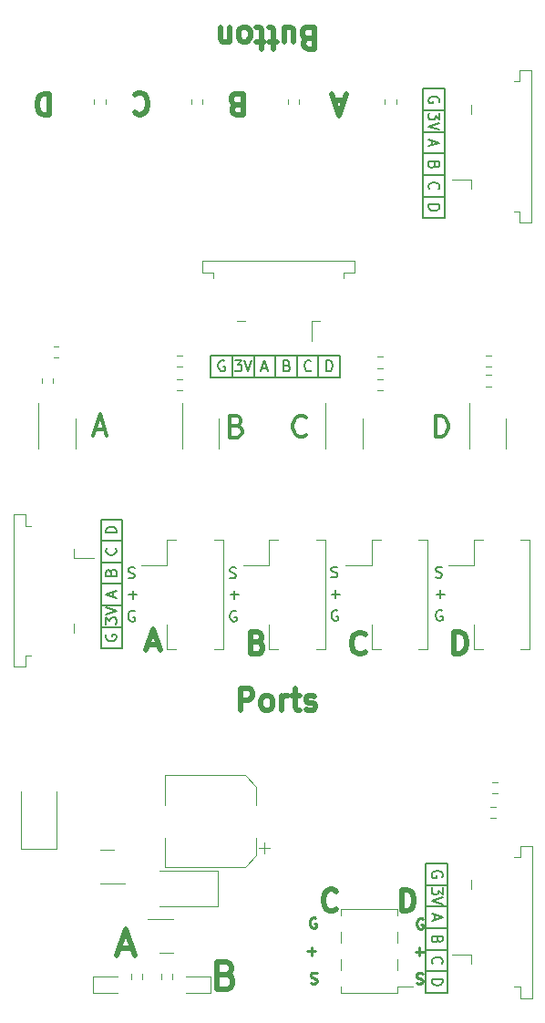
<source format=gbr>
%TF.GenerationSoftware,KiCad,Pcbnew,(6.0.5)*%
%TF.CreationDate,2022-06-24T16:36:08-05:00*%
%TF.ProjectId,Big Kahuna Board,42696720-4b61-4687-956e-6120426f6172,rev?*%
%TF.SameCoordinates,Original*%
%TF.FileFunction,Legend,Top*%
%TF.FilePolarity,Positive*%
%FSLAX46Y46*%
G04 Gerber Fmt 4.6, Leading zero omitted, Abs format (unit mm)*
G04 Created by KiCad (PCBNEW (6.0.5)) date 2022-06-24 16:36:08*
%MOMM*%
%LPD*%
G01*
G04 APERTURE LIST*
%ADD10C,0.150000*%
%ADD11C,0.500000*%
%ADD12C,0.300000*%
%ADD13C,0.250000*%
%ADD14C,0.120000*%
G04 APERTURE END LIST*
D10*
X142830000Y-51280000D02*
X144830000Y-51280000D01*
X144830000Y-51280000D02*
X144830000Y-53280000D01*
X144830000Y-53280000D02*
X142830000Y-53280000D01*
X142830000Y-53280000D02*
X142830000Y-51280000D01*
X142830000Y-53280000D02*
X144830000Y-53280000D01*
X144830000Y-53280000D02*
X144830000Y-55280000D01*
X144830000Y-55280000D02*
X142830000Y-55280000D01*
X142830000Y-55280000D02*
X142830000Y-53280000D01*
X142830000Y-57280000D02*
X144830000Y-57280000D01*
X144830000Y-57280000D02*
X144830000Y-59280000D01*
X144830000Y-59280000D02*
X142830000Y-59280000D01*
X142830000Y-59280000D02*
X142830000Y-57280000D01*
X142830000Y-55280000D02*
X144830000Y-55280000D01*
X144830000Y-55280000D02*
X144830000Y-57280000D01*
X144830000Y-57280000D02*
X142830000Y-57280000D01*
X142830000Y-57280000D02*
X142830000Y-55280000D01*
X142830000Y-59280000D02*
X144830000Y-59280000D01*
X144830000Y-59280000D02*
X144830000Y-61280000D01*
X144830000Y-61280000D02*
X142830000Y-61280000D01*
X142830000Y-61280000D02*
X142830000Y-59280000D01*
X142830000Y-49280000D02*
X144830000Y-49280000D01*
X144830000Y-49280000D02*
X144830000Y-51280000D01*
X144830000Y-51280000D02*
X142830000Y-51280000D01*
X142830000Y-51280000D02*
X142830000Y-49280000D01*
D11*
X125526742Y-50752057D02*
X125241028Y-50656819D01*
X125145790Y-50561580D01*
X125050552Y-50371104D01*
X125050552Y-50085390D01*
X125145790Y-49894914D01*
X125241028Y-49799676D01*
X125431504Y-49704438D01*
X126193409Y-49704438D01*
X126193409Y-51704438D01*
X125526742Y-51704438D01*
X125336266Y-51609200D01*
X125241028Y-51513961D01*
X125145790Y-51323485D01*
X125145790Y-51133009D01*
X125241028Y-50942533D01*
X125336266Y-50847295D01*
X125526742Y-50752057D01*
X126193409Y-50752057D01*
D10*
X143663333Y-54041904D02*
X143663333Y-54518095D01*
X143377619Y-53946666D02*
X144377619Y-54280000D01*
X143377619Y-54613333D01*
D11*
X116058952Y-49844114D02*
X116154190Y-49748876D01*
X116439904Y-49653638D01*
X116630380Y-49653638D01*
X116916095Y-49748876D01*
X117106571Y-49939352D01*
X117201809Y-50129828D01*
X117297047Y-50510780D01*
X117297047Y-50796495D01*
X117201809Y-51177447D01*
X117106571Y-51367923D01*
X116916095Y-51558400D01*
X116630380Y-51653638D01*
X116439904Y-51653638D01*
X116154190Y-51558400D01*
X116058952Y-51463161D01*
X132136285Y-44606857D02*
X131850571Y-44511619D01*
X131755333Y-44416380D01*
X131660095Y-44225904D01*
X131660095Y-43940190D01*
X131755333Y-43749714D01*
X131850571Y-43654476D01*
X132041047Y-43559238D01*
X132802952Y-43559238D01*
X132802952Y-45559238D01*
X132136285Y-45559238D01*
X131945809Y-45464000D01*
X131850571Y-45368761D01*
X131755333Y-45178285D01*
X131755333Y-44987809D01*
X131850571Y-44797333D01*
X131945809Y-44702095D01*
X132136285Y-44606857D01*
X132802952Y-44606857D01*
X129945809Y-44892571D02*
X129945809Y-43559238D01*
X130802952Y-44892571D02*
X130802952Y-43844952D01*
X130707714Y-43654476D01*
X130517238Y-43559238D01*
X130231523Y-43559238D01*
X130041047Y-43654476D01*
X129945809Y-43749714D01*
X129279142Y-44892571D02*
X128517238Y-44892571D01*
X128993428Y-45559238D02*
X128993428Y-43844952D01*
X128898190Y-43654476D01*
X128707714Y-43559238D01*
X128517238Y-43559238D01*
X128136285Y-44892571D02*
X127374380Y-44892571D01*
X127850571Y-45559238D02*
X127850571Y-43844952D01*
X127755333Y-43654476D01*
X127564857Y-43559238D01*
X127374380Y-43559238D01*
X126422000Y-43559238D02*
X126612476Y-43654476D01*
X126707714Y-43749714D01*
X126802952Y-43940190D01*
X126802952Y-44511619D01*
X126707714Y-44702095D01*
X126612476Y-44797333D01*
X126422000Y-44892571D01*
X126136285Y-44892571D01*
X125945809Y-44797333D01*
X125850571Y-44702095D01*
X125755333Y-44511619D01*
X125755333Y-43940190D01*
X125850571Y-43749714D01*
X125945809Y-43654476D01*
X126136285Y-43559238D01*
X126422000Y-43559238D01*
X124898190Y-44892571D02*
X124898190Y-43559238D01*
X124898190Y-44702095D02*
X124802952Y-44797333D01*
X124612476Y-44892571D01*
X124326761Y-44892571D01*
X124136285Y-44797333D01*
X124041047Y-44606857D01*
X124041047Y-43559238D01*
D10*
X144330000Y-50541904D02*
X144377619Y-50446666D01*
X144377619Y-50303809D01*
X144330000Y-50160952D01*
X144234761Y-50065714D01*
X144139523Y-50018095D01*
X143949047Y-49970476D01*
X143806190Y-49970476D01*
X143615714Y-50018095D01*
X143520476Y-50065714D01*
X143425238Y-50160952D01*
X143377619Y-50303809D01*
X143377619Y-50399047D01*
X143425238Y-50541904D01*
X143472857Y-50589523D01*
X143806190Y-50589523D01*
X143806190Y-50399047D01*
D11*
X108159409Y-49704438D02*
X108159409Y-51704438D01*
X107683219Y-51704438D01*
X107397504Y-51609200D01*
X107207028Y-51418723D01*
X107111790Y-51228247D01*
X107016552Y-50847295D01*
X107016552Y-50561580D01*
X107111790Y-50180628D01*
X107207028Y-49990152D01*
X107397504Y-49799676D01*
X107683219Y-49704438D01*
X108159409Y-49704438D01*
D10*
X143472857Y-58589523D02*
X143425238Y-58541904D01*
X143377619Y-58399047D01*
X143377619Y-58303809D01*
X143425238Y-58160952D01*
X143520476Y-58065714D01*
X143615714Y-58018095D01*
X143806190Y-57970476D01*
X143949047Y-57970476D01*
X144139523Y-58018095D01*
X144234761Y-58065714D01*
X144330000Y-58160952D01*
X144377619Y-58303809D01*
X144377619Y-58399047D01*
X144330000Y-58541904D01*
X144282380Y-58589523D01*
D11*
X135543790Y-50326666D02*
X134591409Y-50326666D01*
X135734266Y-49755238D02*
X135067600Y-51755238D01*
X134400933Y-49755238D01*
D10*
X143377619Y-60018095D02*
X144377619Y-60018095D01*
X144377619Y-60256190D01*
X144330000Y-60399047D01*
X144234761Y-60494285D01*
X144139523Y-60541904D01*
X143949047Y-60589523D01*
X143806190Y-60589523D01*
X143615714Y-60541904D01*
X143520476Y-60494285D01*
X143425238Y-60399047D01*
X143377619Y-60256190D01*
X143377619Y-60018095D01*
X144377619Y-51518095D02*
X144377619Y-52137142D01*
X143996666Y-51803809D01*
X143996666Y-51946666D01*
X143949047Y-52041904D01*
X143901428Y-52089523D01*
X143806190Y-52137142D01*
X143568095Y-52137142D01*
X143472857Y-52089523D01*
X143425238Y-52041904D01*
X143377619Y-51946666D01*
X143377619Y-51660952D01*
X143425238Y-51565714D01*
X143472857Y-51518095D01*
X144377619Y-52422857D02*
X143377619Y-52756190D01*
X144377619Y-53089523D01*
X143901428Y-56351428D02*
X143853809Y-56494285D01*
X143806190Y-56541904D01*
X143710952Y-56589523D01*
X143568095Y-56589523D01*
X143472857Y-56541904D01*
X143425238Y-56494285D01*
X143377619Y-56399047D01*
X143377619Y-56018095D01*
X144377619Y-56018095D01*
X144377619Y-56351428D01*
X144330000Y-56446666D01*
X144282380Y-56494285D01*
X144187142Y-56541904D01*
X144091904Y-56541904D01*
X143996666Y-56494285D01*
X143949047Y-56446666D01*
X143901428Y-56351428D01*
X143901428Y-56018095D01*
X125140000Y-76048000D02*
X127140000Y-76048000D01*
X127140000Y-76048000D02*
X127140000Y-74048000D01*
X127140000Y-74048000D02*
X125140000Y-74048000D01*
X125140000Y-74048000D02*
X125140000Y-76048000D01*
X127140000Y-76048000D02*
X129140000Y-76048000D01*
X129140000Y-76048000D02*
X129140000Y-74048000D01*
X129140000Y-74048000D02*
X127140000Y-74048000D01*
X127140000Y-74048000D02*
X127140000Y-76048000D01*
X131140000Y-76048000D02*
X133140000Y-76048000D01*
X133140000Y-76048000D02*
X133140000Y-74048000D01*
X133140000Y-74048000D02*
X131140000Y-74048000D01*
X131140000Y-74048000D02*
X131140000Y-76048000D01*
X129140000Y-76048000D02*
X131140000Y-76048000D01*
X131140000Y-76048000D02*
X131140000Y-74048000D01*
X131140000Y-74048000D02*
X129140000Y-74048000D01*
X129140000Y-74048000D02*
X129140000Y-76048000D01*
X133140000Y-76048000D02*
X135140000Y-76048000D01*
X135140000Y-76048000D02*
X135140000Y-74048000D01*
X135140000Y-74048000D02*
X133140000Y-74048000D01*
X133140000Y-74048000D02*
X133140000Y-76048000D01*
X123140000Y-76048000D02*
X125140000Y-76048000D01*
X125140000Y-76048000D02*
X125140000Y-74048000D01*
X125140000Y-74048000D02*
X123140000Y-74048000D01*
X123140000Y-74048000D02*
X123140000Y-76048000D01*
X127901904Y-75214666D02*
X128378095Y-75214666D01*
X127806666Y-75500380D02*
X128140000Y-74500380D01*
X128473333Y-75500380D01*
D12*
X112353809Y-80893333D02*
X113306190Y-80893333D01*
X112163333Y-81464761D02*
X112830000Y-79464761D01*
X113496666Y-81464761D01*
X132009047Y-81404285D02*
X131913809Y-81499523D01*
X131628095Y-81594761D01*
X131437619Y-81594761D01*
X131151904Y-81499523D01*
X130961428Y-81309047D01*
X130866190Y-81118571D01*
X130770952Y-80737619D01*
X130770952Y-80451904D01*
X130866190Y-80070952D01*
X130961428Y-79880476D01*
X131151904Y-79690000D01*
X131437619Y-79594761D01*
X131628095Y-79594761D01*
X131913809Y-79690000D01*
X132009047Y-79785238D01*
X125562857Y-80577142D02*
X125848571Y-80672380D01*
X125943809Y-80767619D01*
X126039047Y-80958095D01*
X126039047Y-81243809D01*
X125943809Y-81434285D01*
X125848571Y-81529523D01*
X125658095Y-81624761D01*
X124896190Y-81624761D01*
X124896190Y-79624761D01*
X125562857Y-79624761D01*
X125753333Y-79720000D01*
X125848571Y-79815238D01*
X125943809Y-80005714D01*
X125943809Y-80196190D01*
X125848571Y-80386666D01*
X125753333Y-80481904D01*
X125562857Y-80577142D01*
X124896190Y-80577142D01*
D10*
X124401904Y-74548000D02*
X124306666Y-74500380D01*
X124163809Y-74500380D01*
X124020952Y-74548000D01*
X123925714Y-74643238D01*
X123878095Y-74738476D01*
X123830476Y-74928952D01*
X123830476Y-75071809D01*
X123878095Y-75262285D01*
X123925714Y-75357523D01*
X124020952Y-75452761D01*
X124163809Y-75500380D01*
X124259047Y-75500380D01*
X124401904Y-75452761D01*
X124449523Y-75405142D01*
X124449523Y-75071809D01*
X124259047Y-75071809D01*
X132449523Y-75405142D02*
X132401904Y-75452761D01*
X132259047Y-75500380D01*
X132163809Y-75500380D01*
X132020952Y-75452761D01*
X131925714Y-75357523D01*
X131878095Y-75262285D01*
X131830476Y-75071809D01*
X131830476Y-74928952D01*
X131878095Y-74738476D01*
X131925714Y-74643238D01*
X132020952Y-74548000D01*
X132163809Y-74500380D01*
X132259047Y-74500380D01*
X132401904Y-74548000D01*
X132449523Y-74595619D01*
X133878095Y-75500380D02*
X133878095Y-74500380D01*
X134116190Y-74500380D01*
X134259047Y-74548000D01*
X134354285Y-74643238D01*
X134401904Y-74738476D01*
X134449523Y-74928952D01*
X134449523Y-75071809D01*
X134401904Y-75262285D01*
X134354285Y-75357523D01*
X134259047Y-75452761D01*
X134116190Y-75500380D01*
X133878095Y-75500380D01*
D12*
X144026190Y-81594761D02*
X144026190Y-79594761D01*
X144502380Y-79594761D01*
X144788095Y-79690000D01*
X144978571Y-79880476D01*
X145073809Y-80070952D01*
X145169047Y-80451904D01*
X145169047Y-80737619D01*
X145073809Y-81118571D01*
X144978571Y-81309047D01*
X144788095Y-81499523D01*
X144502380Y-81594761D01*
X144026190Y-81594761D01*
D10*
X125378095Y-74500380D02*
X125997142Y-74500380D01*
X125663809Y-74881333D01*
X125806666Y-74881333D01*
X125901904Y-74928952D01*
X125949523Y-74976571D01*
X125997142Y-75071809D01*
X125997142Y-75309904D01*
X125949523Y-75405142D01*
X125901904Y-75452761D01*
X125806666Y-75500380D01*
X125520952Y-75500380D01*
X125425714Y-75452761D01*
X125378095Y-75405142D01*
X126282857Y-74500380D02*
X126616190Y-75500380D01*
X126949523Y-74500380D01*
X130211428Y-74976571D02*
X130354285Y-75024190D01*
X130401904Y-75071809D01*
X130449523Y-75167047D01*
X130449523Y-75309904D01*
X130401904Y-75405142D01*
X130354285Y-75452761D01*
X130259047Y-75500380D01*
X129878095Y-75500380D01*
X129878095Y-74500380D01*
X130211428Y-74500380D01*
X130306666Y-74548000D01*
X130354285Y-74595619D01*
X130401904Y-74690857D01*
X130401904Y-74786095D01*
X130354285Y-74881333D01*
X130306666Y-74928952D01*
X130211428Y-74976571D01*
X129878095Y-74976571D01*
X114922000Y-99244000D02*
X112922000Y-99244000D01*
X112922000Y-99244000D02*
X112922000Y-97244000D01*
X112922000Y-97244000D02*
X114922000Y-97244000D01*
X114922000Y-97244000D02*
X114922000Y-99244000D01*
X114922000Y-97244000D02*
X112922000Y-97244000D01*
X112922000Y-97244000D02*
X112922000Y-95244000D01*
X112922000Y-95244000D02*
X114922000Y-95244000D01*
X114922000Y-95244000D02*
X114922000Y-97244000D01*
X114922000Y-93244000D02*
X112922000Y-93244000D01*
X112922000Y-93244000D02*
X112922000Y-91244000D01*
X112922000Y-91244000D02*
X114922000Y-91244000D01*
X114922000Y-91244000D02*
X114922000Y-93244000D01*
X114922000Y-95244000D02*
X112922000Y-95244000D01*
X112922000Y-95244000D02*
X112922000Y-93244000D01*
X112922000Y-93244000D02*
X114922000Y-93244000D01*
X114922000Y-93244000D02*
X114922000Y-95244000D01*
X114922000Y-91244000D02*
X112922000Y-91244000D01*
X112922000Y-91244000D02*
X112922000Y-89244000D01*
X112922000Y-89244000D02*
X114922000Y-89244000D01*
X114922000Y-89244000D02*
X114922000Y-91244000D01*
X114922000Y-101244000D02*
X112922000Y-101244000D01*
X112922000Y-101244000D02*
X112922000Y-99244000D01*
X112922000Y-99244000D02*
X114922000Y-99244000D01*
X114922000Y-99244000D02*
X114922000Y-101244000D01*
D11*
X145758190Y-101708761D02*
X145758190Y-99708761D01*
X146234380Y-99708761D01*
X146520095Y-99804000D01*
X146710571Y-99994476D01*
X146805809Y-100184952D01*
X146901047Y-100565904D01*
X146901047Y-100851619D01*
X146805809Y-101232571D01*
X146710571Y-101423047D01*
X146520095Y-101613523D01*
X146234380Y-101708761D01*
X145758190Y-101708761D01*
D10*
X114088666Y-96482095D02*
X114088666Y-96005904D01*
X114374380Y-96577333D02*
X113374380Y-96244000D01*
X114374380Y-95910666D01*
D11*
X127464857Y-100661142D02*
X127750571Y-100756380D01*
X127845809Y-100851619D01*
X127941047Y-101042095D01*
X127941047Y-101327809D01*
X127845809Y-101518285D01*
X127750571Y-101613523D01*
X127560095Y-101708761D01*
X126798190Y-101708761D01*
X126798190Y-99708761D01*
X127464857Y-99708761D01*
X127655333Y-99804000D01*
X127750571Y-99899238D01*
X127845809Y-100089714D01*
X127845809Y-100280190D01*
X127750571Y-100470666D01*
X127655333Y-100565904D01*
X127464857Y-100661142D01*
X126798190Y-100661142D01*
D10*
X124916285Y-94668761D02*
X125059142Y-94716380D01*
X125297238Y-94716380D01*
X125392476Y-94668761D01*
X125440095Y-94621142D01*
X125487714Y-94525904D01*
X125487714Y-94430666D01*
X125440095Y-94335428D01*
X125392476Y-94287809D01*
X125297238Y-94240190D01*
X125106761Y-94192571D01*
X125011523Y-94144952D01*
X124963904Y-94097333D01*
X124916285Y-94002095D01*
X124916285Y-93906857D01*
X124963904Y-93811619D01*
X125011523Y-93764000D01*
X125106761Y-93716380D01*
X125344857Y-93716380D01*
X125487714Y-93764000D01*
X134326285Y-94608761D02*
X134469142Y-94656380D01*
X134707238Y-94656380D01*
X134802476Y-94608761D01*
X134850095Y-94561142D01*
X134897714Y-94465904D01*
X134897714Y-94370666D01*
X134850095Y-94275428D01*
X134802476Y-94227809D01*
X134707238Y-94180190D01*
X134516761Y-94132571D01*
X134421523Y-94084952D01*
X134373904Y-94037333D01*
X134326285Y-93942095D01*
X134326285Y-93846857D01*
X134373904Y-93751619D01*
X134421523Y-93704000D01*
X134516761Y-93656380D01*
X134754857Y-93656380D01*
X134897714Y-93704000D01*
X134903904Y-97724000D02*
X134808666Y-97676380D01*
X134665809Y-97676380D01*
X134522952Y-97724000D01*
X134427714Y-97819238D01*
X134380095Y-97914476D01*
X134332476Y-98104952D01*
X134332476Y-98247809D01*
X134380095Y-98438285D01*
X134427714Y-98533523D01*
X134522952Y-98628761D01*
X134665809Y-98676380D01*
X134761047Y-98676380D01*
X134903904Y-98628761D01*
X134951523Y-98581142D01*
X134951523Y-98247809D01*
X134761047Y-98247809D01*
X144071047Y-96205428D02*
X144832952Y-96205428D01*
X144452000Y-96586380D02*
X144452000Y-95824476D01*
D11*
X125901428Y-106964761D02*
X125901428Y-104964761D01*
X126663333Y-104964761D01*
X126853809Y-105060000D01*
X126949047Y-105155238D01*
X127044285Y-105345714D01*
X127044285Y-105631428D01*
X126949047Y-105821904D01*
X126853809Y-105917142D01*
X126663333Y-106012380D01*
X125901428Y-106012380D01*
X128187142Y-106964761D02*
X127996666Y-106869523D01*
X127901428Y-106774285D01*
X127806190Y-106583809D01*
X127806190Y-106012380D01*
X127901428Y-105821904D01*
X127996666Y-105726666D01*
X128187142Y-105631428D01*
X128472857Y-105631428D01*
X128663333Y-105726666D01*
X128758571Y-105821904D01*
X128853809Y-106012380D01*
X128853809Y-106583809D01*
X128758571Y-106774285D01*
X128663333Y-106869523D01*
X128472857Y-106964761D01*
X128187142Y-106964761D01*
X129710952Y-106964761D02*
X129710952Y-105631428D01*
X129710952Y-106012380D02*
X129806190Y-105821904D01*
X129901428Y-105726666D01*
X130091904Y-105631428D01*
X130282380Y-105631428D01*
X130663333Y-105631428D02*
X131425238Y-105631428D01*
X130949047Y-104964761D02*
X130949047Y-106679047D01*
X131044285Y-106869523D01*
X131234761Y-106964761D01*
X131425238Y-106964761D01*
X131996666Y-106869523D02*
X132187142Y-106964761D01*
X132568095Y-106964761D01*
X132758571Y-106869523D01*
X132853809Y-106679047D01*
X132853809Y-106583809D01*
X132758571Y-106393333D01*
X132568095Y-106298095D01*
X132282380Y-106298095D01*
X132091904Y-106202857D01*
X131996666Y-106012380D01*
X131996666Y-105917142D01*
X132091904Y-105726666D01*
X132282380Y-105631428D01*
X132568095Y-105631428D01*
X132758571Y-105726666D01*
X117315809Y-100857333D02*
X118268190Y-100857333D01*
X117125333Y-101428761D02*
X117792000Y-99428761D01*
X118458666Y-101428761D01*
D10*
X125493904Y-97784000D02*
X125398666Y-97736380D01*
X125255809Y-97736380D01*
X125112952Y-97784000D01*
X125017714Y-97879238D01*
X124970095Y-97974476D01*
X124922476Y-98164952D01*
X124922476Y-98307809D01*
X124970095Y-98498285D01*
X125017714Y-98593523D01*
X125112952Y-98688761D01*
X125255809Y-98736380D01*
X125351047Y-98736380D01*
X125493904Y-98688761D01*
X125541523Y-98641142D01*
X125541523Y-98307809D01*
X125351047Y-98307809D01*
X115476285Y-94668761D02*
X115619142Y-94716380D01*
X115857238Y-94716380D01*
X115952476Y-94668761D01*
X116000095Y-94621142D01*
X116047714Y-94525904D01*
X116047714Y-94430666D01*
X116000095Y-94335428D01*
X115952476Y-94287809D01*
X115857238Y-94240190D01*
X115666761Y-94192571D01*
X115571523Y-94144952D01*
X115523904Y-94097333D01*
X115476285Y-94002095D01*
X115476285Y-93906857D01*
X115523904Y-93811619D01*
X115571523Y-93764000D01*
X115666761Y-93716380D01*
X115904857Y-93716380D01*
X116047714Y-93764000D01*
X144613904Y-97734000D02*
X144518666Y-97686380D01*
X144375809Y-97686380D01*
X144232952Y-97734000D01*
X144137714Y-97829238D01*
X144090095Y-97924476D01*
X144042476Y-98114952D01*
X144042476Y-98257809D01*
X144090095Y-98448285D01*
X144137714Y-98543523D01*
X144232952Y-98638761D01*
X144375809Y-98686380D01*
X144471047Y-98686380D01*
X144613904Y-98638761D01*
X144661523Y-98591142D01*
X144661523Y-98257809D01*
X144471047Y-98257809D01*
X144036285Y-94618761D02*
X144179142Y-94666380D01*
X144417238Y-94666380D01*
X144512476Y-94618761D01*
X144560095Y-94571142D01*
X144607714Y-94475904D01*
X144607714Y-94380666D01*
X144560095Y-94285428D01*
X144512476Y-94237809D01*
X144417238Y-94190190D01*
X144226761Y-94142571D01*
X144131523Y-94094952D01*
X144083904Y-94047333D01*
X144036285Y-93952095D01*
X144036285Y-93856857D01*
X144083904Y-93761619D01*
X144131523Y-93714000D01*
X144226761Y-93666380D01*
X144464857Y-93666380D01*
X144607714Y-93714000D01*
X113422000Y-99982095D02*
X113374380Y-100077333D01*
X113374380Y-100220190D01*
X113422000Y-100363047D01*
X113517238Y-100458285D01*
X113612476Y-100505904D01*
X113802952Y-100553523D01*
X113945809Y-100553523D01*
X114136285Y-100505904D01*
X114231523Y-100458285D01*
X114326761Y-100363047D01*
X114374380Y-100220190D01*
X114374380Y-100124952D01*
X114326761Y-99982095D01*
X114279142Y-99934476D01*
X113945809Y-99934476D01*
X113945809Y-100124952D01*
X134361047Y-96195428D02*
X135122952Y-96195428D01*
X134742000Y-96576380D02*
X134742000Y-95814476D01*
X116053904Y-97784000D02*
X115958666Y-97736380D01*
X115815809Y-97736380D01*
X115672952Y-97784000D01*
X115577714Y-97879238D01*
X115530095Y-97974476D01*
X115482476Y-98164952D01*
X115482476Y-98307809D01*
X115530095Y-98498285D01*
X115577714Y-98593523D01*
X115672952Y-98688761D01*
X115815809Y-98736380D01*
X115911047Y-98736380D01*
X116053904Y-98688761D01*
X116101523Y-98641142D01*
X116101523Y-98307809D01*
X115911047Y-98307809D01*
X115511047Y-96255428D02*
X116272952Y-96255428D01*
X115892000Y-96636380D02*
X115892000Y-95874476D01*
X114279142Y-91934476D02*
X114326761Y-91982095D01*
X114374380Y-92124952D01*
X114374380Y-92220190D01*
X114326761Y-92363047D01*
X114231523Y-92458285D01*
X114136285Y-92505904D01*
X113945809Y-92553523D01*
X113802952Y-92553523D01*
X113612476Y-92505904D01*
X113517238Y-92458285D01*
X113422000Y-92363047D01*
X113374380Y-92220190D01*
X113374380Y-92124952D01*
X113422000Y-91982095D01*
X113469619Y-91934476D01*
D11*
X137481047Y-101578285D02*
X137385809Y-101673523D01*
X137100095Y-101768761D01*
X136909619Y-101768761D01*
X136623904Y-101673523D01*
X136433428Y-101483047D01*
X136338190Y-101292571D01*
X136242952Y-100911619D01*
X136242952Y-100625904D01*
X136338190Y-100244952D01*
X136433428Y-100054476D01*
X136623904Y-99864000D01*
X136909619Y-99768761D01*
X137100095Y-99768761D01*
X137385809Y-99864000D01*
X137481047Y-99959238D01*
D10*
X114374380Y-90505904D02*
X113374380Y-90505904D01*
X113374380Y-90267809D01*
X113422000Y-90124952D01*
X113517238Y-90029714D01*
X113612476Y-89982095D01*
X113802952Y-89934476D01*
X113945809Y-89934476D01*
X114136285Y-89982095D01*
X114231523Y-90029714D01*
X114326761Y-90124952D01*
X114374380Y-90267809D01*
X114374380Y-90505904D01*
X113374380Y-99005904D02*
X113374380Y-98386857D01*
X113755333Y-98720190D01*
X113755333Y-98577333D01*
X113802952Y-98482095D01*
X113850571Y-98434476D01*
X113945809Y-98386857D01*
X114183904Y-98386857D01*
X114279142Y-98434476D01*
X114326761Y-98482095D01*
X114374380Y-98577333D01*
X114374380Y-98863047D01*
X114326761Y-98958285D01*
X114279142Y-99005904D01*
X113374380Y-98101142D02*
X114374380Y-97767809D01*
X113374380Y-97434476D01*
X113850571Y-94172571D02*
X113898190Y-94029714D01*
X113945809Y-93982095D01*
X114041047Y-93934476D01*
X114183904Y-93934476D01*
X114279142Y-93982095D01*
X114326761Y-94029714D01*
X114374380Y-94124952D01*
X114374380Y-94505904D01*
X113374380Y-94505904D01*
X113374380Y-94172571D01*
X113422000Y-94077333D01*
X113469619Y-94029714D01*
X113564857Y-93982095D01*
X113660095Y-93982095D01*
X113755333Y-94029714D01*
X113802952Y-94077333D01*
X113850571Y-94172571D01*
X113850571Y-94505904D01*
X124951047Y-96255428D02*
X125712952Y-96255428D01*
X125332000Y-96636380D02*
X125332000Y-95874476D01*
X143130000Y-123210000D02*
X145130000Y-123210000D01*
X145130000Y-123210000D02*
X145130000Y-125210000D01*
X145130000Y-125210000D02*
X143130000Y-125210000D01*
X143130000Y-125210000D02*
X143130000Y-123210000D01*
X143130000Y-125210000D02*
X145130000Y-125210000D01*
X145130000Y-125210000D02*
X145130000Y-127210000D01*
X145130000Y-127210000D02*
X143130000Y-127210000D01*
X143130000Y-127210000D02*
X143130000Y-125210000D01*
X143130000Y-129210000D02*
X145130000Y-129210000D01*
X145130000Y-129210000D02*
X145130000Y-131210000D01*
X145130000Y-131210000D02*
X143130000Y-131210000D01*
X143130000Y-131210000D02*
X143130000Y-129210000D01*
X143130000Y-127210000D02*
X145130000Y-127210000D01*
X145130000Y-127210000D02*
X145130000Y-129210000D01*
X145130000Y-129210000D02*
X143130000Y-129210000D01*
X143130000Y-129210000D02*
X143130000Y-127210000D01*
X143130000Y-131210000D02*
X145130000Y-131210000D01*
X145130000Y-131210000D02*
X145130000Y-133210000D01*
X145130000Y-133210000D02*
X143130000Y-133210000D01*
X143130000Y-133210000D02*
X143130000Y-131210000D01*
X143130000Y-121210000D02*
X145130000Y-121210000D01*
X145130000Y-121210000D02*
X145130000Y-123210000D01*
X145130000Y-123210000D02*
X143130000Y-123210000D01*
X143130000Y-123210000D02*
X143130000Y-121210000D01*
D13*
X142139047Y-129391428D02*
X142900952Y-129391428D01*
X142520000Y-129772380D02*
X142520000Y-129010476D01*
D10*
X143963333Y-125971904D02*
X143963333Y-126448095D01*
X143677619Y-125876666D02*
X144677619Y-126210000D01*
X143677619Y-126543333D01*
D13*
X142821904Y-126340000D02*
X142726666Y-126292380D01*
X142583809Y-126292380D01*
X142440952Y-126340000D01*
X142345714Y-126435238D01*
X142298095Y-126530476D01*
X142250476Y-126720952D01*
X142250476Y-126863809D01*
X142298095Y-127054285D01*
X142345714Y-127149523D01*
X142440952Y-127244761D01*
X142583809Y-127292380D01*
X142679047Y-127292380D01*
X142821904Y-127244761D01*
X142869523Y-127197142D01*
X142869523Y-126863809D01*
X142679047Y-126863809D01*
D11*
X124576571Y-131542428D02*
X124933714Y-131661476D01*
X125052761Y-131780523D01*
X125171809Y-132018619D01*
X125171809Y-132375761D01*
X125052761Y-132613857D01*
X124933714Y-132732904D01*
X124695619Y-132851952D01*
X123743238Y-132851952D01*
X123743238Y-130351952D01*
X124576571Y-130351952D01*
X124814666Y-130471000D01*
X124933714Y-130590047D01*
X125052761Y-130828142D01*
X125052761Y-131066238D01*
X124933714Y-131304333D01*
X124814666Y-131423380D01*
X124576571Y-131542428D01*
X123743238Y-131542428D01*
D13*
X132129047Y-129371428D02*
X132890952Y-129371428D01*
X132510000Y-129752380D02*
X132510000Y-128990476D01*
X132414285Y-132304761D02*
X132557142Y-132352380D01*
X132795238Y-132352380D01*
X132890476Y-132304761D01*
X132938095Y-132257142D01*
X132985714Y-132161904D01*
X132985714Y-132066666D01*
X132938095Y-131971428D01*
X132890476Y-131923809D01*
X132795238Y-131876190D01*
X132604761Y-131828571D01*
X132509523Y-131780952D01*
X132461904Y-131733333D01*
X132414285Y-131638095D01*
X132414285Y-131542857D01*
X132461904Y-131447619D01*
X132509523Y-131400000D01*
X132604761Y-131352380D01*
X132842857Y-131352380D01*
X132985714Y-131400000D01*
X132881904Y-126250000D02*
X132786666Y-126202380D01*
X132643809Y-126202380D01*
X132500952Y-126250000D01*
X132405714Y-126345238D01*
X132358095Y-126440476D01*
X132310476Y-126630952D01*
X132310476Y-126773809D01*
X132358095Y-126964285D01*
X132405714Y-127059523D01*
X132500952Y-127154761D01*
X132643809Y-127202380D01*
X132739047Y-127202380D01*
X132881904Y-127154761D01*
X132929523Y-127107142D01*
X132929523Y-126773809D01*
X132739047Y-126773809D01*
D11*
X114658761Y-129062666D02*
X115849238Y-129062666D01*
X114420666Y-129776952D02*
X115254000Y-127276952D01*
X116087333Y-129776952D01*
X134809047Y-125424285D02*
X134713809Y-125519523D01*
X134428095Y-125614761D01*
X134237619Y-125614761D01*
X133951904Y-125519523D01*
X133761428Y-125329047D01*
X133666190Y-125138571D01*
X133570952Y-124757619D01*
X133570952Y-124471904D01*
X133666190Y-124090952D01*
X133761428Y-123900476D01*
X133951904Y-123710000D01*
X134237619Y-123614761D01*
X134428095Y-123614761D01*
X134713809Y-123710000D01*
X134809047Y-123805238D01*
D10*
X144630000Y-122471904D02*
X144677619Y-122376666D01*
X144677619Y-122233809D01*
X144630000Y-122090952D01*
X144534761Y-121995714D01*
X144439523Y-121948095D01*
X144249047Y-121900476D01*
X144106190Y-121900476D01*
X143915714Y-121948095D01*
X143820476Y-121995714D01*
X143725238Y-122090952D01*
X143677619Y-122233809D01*
X143677619Y-122329047D01*
X143725238Y-122471904D01*
X143772857Y-122519523D01*
X144106190Y-122519523D01*
X144106190Y-122329047D01*
D13*
X142234285Y-132324761D02*
X142377142Y-132372380D01*
X142615238Y-132372380D01*
X142710476Y-132324761D01*
X142758095Y-132277142D01*
X142805714Y-132181904D01*
X142805714Y-132086666D01*
X142758095Y-131991428D01*
X142710476Y-131943809D01*
X142615238Y-131896190D01*
X142424761Y-131848571D01*
X142329523Y-131800952D01*
X142281904Y-131753333D01*
X142234285Y-131658095D01*
X142234285Y-131562857D01*
X142281904Y-131467619D01*
X142329523Y-131420000D01*
X142424761Y-131372380D01*
X142662857Y-131372380D01*
X142805714Y-131420000D01*
D11*
X140866190Y-125634761D02*
X140866190Y-123634761D01*
X141342380Y-123634761D01*
X141628095Y-123730000D01*
X141818571Y-123920476D01*
X141913809Y-124110952D01*
X142009047Y-124491904D01*
X142009047Y-124777619D01*
X141913809Y-125158571D01*
X141818571Y-125349047D01*
X141628095Y-125539523D01*
X141342380Y-125634761D01*
X140866190Y-125634761D01*
D10*
X143772857Y-130519523D02*
X143725238Y-130471904D01*
X143677619Y-130329047D01*
X143677619Y-130233809D01*
X143725238Y-130090952D01*
X143820476Y-129995714D01*
X143915714Y-129948095D01*
X144106190Y-129900476D01*
X144249047Y-129900476D01*
X144439523Y-129948095D01*
X144534761Y-129995714D01*
X144630000Y-130090952D01*
X144677619Y-130233809D01*
X144677619Y-130329047D01*
X144630000Y-130471904D01*
X144582380Y-130519523D01*
X143677619Y-131948095D02*
X144677619Y-131948095D01*
X144677619Y-132186190D01*
X144630000Y-132329047D01*
X144534761Y-132424285D01*
X144439523Y-132471904D01*
X144249047Y-132519523D01*
X144106190Y-132519523D01*
X143915714Y-132471904D01*
X143820476Y-132424285D01*
X143725238Y-132329047D01*
X143677619Y-132186190D01*
X143677619Y-131948095D01*
X144677619Y-123448095D02*
X144677619Y-124067142D01*
X144296666Y-123733809D01*
X144296666Y-123876666D01*
X144249047Y-123971904D01*
X144201428Y-124019523D01*
X144106190Y-124067142D01*
X143868095Y-124067142D01*
X143772857Y-124019523D01*
X143725238Y-123971904D01*
X143677619Y-123876666D01*
X143677619Y-123590952D01*
X143725238Y-123495714D01*
X143772857Y-123448095D01*
X144677619Y-124352857D02*
X143677619Y-124686190D01*
X144677619Y-125019523D01*
X144201428Y-128281428D02*
X144153809Y-128424285D01*
X144106190Y-128471904D01*
X144010952Y-128519523D01*
X143868095Y-128519523D01*
X143772857Y-128471904D01*
X143725238Y-128424285D01*
X143677619Y-128329047D01*
X143677619Y-127948095D01*
X144677619Y-127948095D01*
X144677619Y-128281428D01*
X144630000Y-128376666D01*
X144582380Y-128424285D01*
X144487142Y-128471904D01*
X144391904Y-128471904D01*
X144296666Y-128424285D01*
X144249047Y-128376666D01*
X144201428Y-128281428D01*
X144201428Y-127948095D01*
D14*
%TO.C,R4*%
X112307500Y-50692258D02*
X112307500Y-50217742D01*
X113352500Y-50692258D02*
X113352500Y-50217742D01*
%TO.C,R11*%
X131352500Y-50692258D02*
X131352500Y-50217742D01*
X130307500Y-50692258D02*
X130307500Y-50217742D01*
%TO.C,R14*%
X139307500Y-50692258D02*
X139307500Y-50217742D01*
X140352500Y-50692258D02*
X140352500Y-50217742D01*
%TO.C,J9*%
X152930000Y-61710000D02*
X151820000Y-61710000D01*
X147310000Y-57705000D02*
X145510000Y-57705000D01*
X151820000Y-60685000D02*
X151280000Y-60685000D01*
X151820000Y-61710000D02*
X151820000Y-60685000D01*
X151280000Y-48595000D02*
X151820000Y-48595000D01*
X147310000Y-51575000D02*
X147310000Y-50750000D01*
X151820000Y-48595000D02*
X151820000Y-47570000D01*
X147310000Y-58530000D02*
X147310000Y-57705000D01*
X151820000Y-47570000D02*
X152930000Y-47570000D01*
X152930000Y-47570000D02*
X152930000Y-61710000D01*
%TO.C,R7*%
X121307500Y-50692258D02*
X121307500Y-50217742D01*
X122352500Y-50692258D02*
X122352500Y-50217742D01*
%TO.C,R12*%
X107427500Y-76122742D02*
X107427500Y-76597258D01*
X108472500Y-76122742D02*
X108472500Y-76597258D01*
%TO.C,R3*%
X138607742Y-77252500D02*
X139082258Y-77252500D01*
X138607742Y-76207500D02*
X139082258Y-76207500D01*
%TO.C,U3*%
X123883333Y-82660000D02*
X123883333Y-79860000D01*
X120483333Y-82660000D02*
X120483333Y-78460000D01*
%TO.C,R8*%
X148687742Y-74037500D02*
X149162258Y-74037500D01*
X148687742Y-75082500D02*
X149162258Y-75082500D01*
%TO.C,R13*%
X108512742Y-73187500D02*
X108987258Y-73187500D01*
X108512742Y-74232500D02*
X108987258Y-74232500D01*
%TO.C,R9*%
X119997742Y-77252500D02*
X120472258Y-77252500D01*
X119997742Y-76207500D02*
X120472258Y-76207500D01*
%TO.C,U4*%
X107150000Y-82660000D02*
X107150000Y-78460000D01*
X110550000Y-82660000D02*
X110550000Y-79860000D01*
%TO.C,J9*%
X136492000Y-65236000D02*
X136492000Y-66346000D01*
X132487000Y-70856000D02*
X132487000Y-72656000D01*
X135467000Y-66346000D02*
X135467000Y-66886000D01*
X136492000Y-66346000D02*
X135467000Y-66346000D01*
X123377000Y-66886000D02*
X123377000Y-66346000D01*
X126357000Y-70856000D02*
X125532000Y-70856000D01*
X123377000Y-66346000D02*
X122352000Y-66346000D01*
X133312000Y-70856000D02*
X132487000Y-70856000D01*
X122352000Y-66346000D02*
X122352000Y-65236000D01*
X122352000Y-65236000D02*
X136492000Y-65236000D01*
%TO.C,R10*%
X120017742Y-74037500D02*
X120492258Y-74037500D01*
X120017742Y-75082500D02*
X120492258Y-75082500D01*
%TO.C,R5*%
X138607742Y-74147500D02*
X139082258Y-74147500D01*
X138607742Y-75192500D02*
X139082258Y-75192500D01*
%TO.C,R6*%
X148692742Y-76902500D02*
X149167258Y-76902500D01*
X148692742Y-75857500D02*
X149167258Y-75857500D01*
%TO.C,U2*%
X150550000Y-82660000D02*
X150550000Y-79860000D01*
X147150000Y-82660000D02*
X147150000Y-78460000D01*
%TO.C,U1*%
X137216666Y-82660000D02*
X137216666Y-79860000D01*
X133816666Y-82660000D02*
X133816666Y-78460000D01*
%TO.C,J7*%
X128562000Y-101329000D02*
X128562000Y-99004000D01*
X128562000Y-93484000D02*
X126172000Y-93484000D01*
X129412000Y-101329000D02*
X128562000Y-101329000D01*
X128562000Y-91159000D02*
X128562000Y-93484000D01*
X129412000Y-91159000D02*
X128562000Y-91159000D01*
X133782000Y-91159000D02*
X133782000Y-101329000D01*
X133782000Y-101329000D02*
X132932000Y-101329000D01*
X132932000Y-91159000D02*
X133782000Y-91159000D01*
%TO.C,J8*%
X124282000Y-91159000D02*
X124282000Y-101329000D01*
X119912000Y-101329000D02*
X119062000Y-101329000D01*
X119062000Y-101329000D02*
X119062000Y-99004000D01*
X124282000Y-101329000D02*
X123432000Y-101329000D01*
X119062000Y-93484000D02*
X116672000Y-93484000D01*
X119912000Y-91159000D02*
X119062000Y-91159000D01*
X119062000Y-91159000D02*
X119062000Y-93484000D01*
X123432000Y-91159000D02*
X124282000Y-91159000D01*
%TO.C,J5*%
X142432000Y-91159000D02*
X143282000Y-91159000D01*
X138912000Y-101329000D02*
X138062000Y-101329000D01*
X143282000Y-91159000D02*
X143282000Y-101329000D01*
X143282000Y-101329000D02*
X142432000Y-101329000D01*
X138062000Y-93484000D02*
X135672000Y-93484000D01*
X138062000Y-91159000D02*
X138062000Y-93484000D01*
X138062000Y-101329000D02*
X138062000Y-99004000D01*
X138912000Y-91159000D02*
X138062000Y-91159000D01*
%TO.C,J9*%
X104822000Y-102954000D02*
X104822000Y-88814000D01*
X105932000Y-102954000D02*
X104822000Y-102954000D01*
X110442000Y-91994000D02*
X110442000Y-92819000D01*
X105932000Y-101929000D02*
X105932000Y-102954000D01*
X110442000Y-98949000D02*
X110442000Y-99774000D01*
X106472000Y-101929000D02*
X105932000Y-101929000D01*
X105932000Y-88814000D02*
X105932000Y-89839000D01*
X105932000Y-89839000D02*
X106472000Y-89839000D01*
X110442000Y-92819000D02*
X112242000Y-92819000D01*
X104822000Y-88814000D02*
X105932000Y-88814000D01*
%TO.C,J2*%
X147562000Y-101329000D02*
X147562000Y-99004000D01*
X147562000Y-93484000D02*
X145172000Y-93484000D01*
X151932000Y-91159000D02*
X152782000Y-91159000D01*
X152782000Y-91159000D02*
X152782000Y-101329000D01*
X147562000Y-91159000D02*
X147562000Y-93484000D01*
X148412000Y-101329000D02*
X147562000Y-101329000D01*
X148412000Y-91159000D02*
X147562000Y-91159000D01*
X152782000Y-101329000D02*
X151932000Y-101329000D01*
%TO.C,D2*%
X105476000Y-119886000D02*
X105476000Y-114486000D01*
X105476000Y-119886000D02*
X108776000Y-119886000D01*
X108776000Y-119886000D02*
X108776000Y-114486000D01*
%TO.C,R2*%
X149115742Y-116976500D02*
X149590258Y-116976500D01*
X149115742Y-115931500D02*
X149590258Y-115931500D01*
%TO.C,R3*%
X118541500Y-131931258D02*
X118541500Y-131456742D01*
X119586500Y-131931258D02*
X119586500Y-131456742D01*
%TO.C,C1*%
X127370000Y-114094437D02*
X126305563Y-113030000D01*
X128110000Y-120300000D02*
X128110000Y-119300000D01*
X126305563Y-121550000D02*
X118850000Y-121550000D01*
X126305563Y-113030000D02*
X118850000Y-113030000D01*
X127370000Y-114094437D02*
X127370000Y-115780000D01*
X128610000Y-119800000D02*
X127610000Y-119800000D01*
X118850000Y-113030000D02*
X118850000Y-115780000D01*
X118850000Y-121550000D02*
X118850000Y-118800000D01*
X127370000Y-120485563D02*
X126305563Y-121550000D01*
X127370000Y-120485563D02*
X127370000Y-118800000D01*
%TO.C,R4*%
X149306742Y-114690500D02*
X149781258Y-114690500D01*
X149306742Y-113645500D02*
X149781258Y-113645500D01*
%TO.C,D4*%
X123766000Y-125216000D02*
X118366000Y-125216000D01*
X123766000Y-121916000D02*
X118366000Y-121916000D01*
X123766000Y-125216000D02*
X123766000Y-121916000D01*
%TO.C,D1*%
X114504500Y-131721000D02*
X112219500Y-131721000D01*
X112219500Y-133191000D02*
X114504500Y-133191000D01*
X112219500Y-131721000D02*
X112219500Y-133191000D01*
%TO.C,D3*%
X120829500Y-133191000D02*
X123114500Y-133191000D01*
X123114500Y-131721000D02*
X120829500Y-131721000D01*
X123114500Y-133191000D02*
X123114500Y-131721000D01*
%TO.C,R1*%
X116792500Y-131931258D02*
X116792500Y-131456742D01*
X115747500Y-131931258D02*
X115747500Y-131456742D01*
%TO.C,J9*%
X152970000Y-133700000D02*
X151860000Y-133700000D01*
X147350000Y-129695000D02*
X145550000Y-129695000D01*
X151860000Y-132675000D02*
X151320000Y-132675000D01*
X151860000Y-133700000D02*
X151860000Y-132675000D01*
X151320000Y-120585000D02*
X151860000Y-120585000D01*
X147350000Y-123565000D02*
X147350000Y-122740000D01*
X151860000Y-120585000D02*
X151860000Y-119560000D01*
X147350000Y-130520000D02*
X147350000Y-129695000D01*
X151860000Y-119560000D02*
X152970000Y-119560000D01*
X152970000Y-119560000D02*
X152970000Y-133700000D01*
%TO.C,J4*%
X140440000Y-131100000D02*
X140440000Y-130080000D01*
X135240000Y-126020000D02*
X135240000Y-125450000D01*
X135240000Y-131100000D02*
X135240000Y-130080000D01*
X140440000Y-125450000D02*
X135240000Y-125450000D01*
X140440000Y-128560000D02*
X140440000Y-127540000D01*
X140440000Y-133190000D02*
X135240000Y-133190000D01*
X141880000Y-132620000D02*
X140440000Y-132620000D01*
X140440000Y-126020000D02*
X140440000Y-125450000D01*
X135240000Y-128560000D02*
X135240000Y-127540000D01*
X135240000Y-133190000D02*
X135240000Y-132620000D01*
X140440000Y-133190000D02*
X140440000Y-132620000D01*
%TO.C,Q1*%
X113476000Y-119974000D02*
X112826000Y-119974000D01*
X113476000Y-123094000D02*
X115151000Y-123094000D01*
X113476000Y-123094000D02*
X112826000Y-123094000D01*
X113476000Y-119974000D02*
X114126000Y-119974000D01*
%TO.C,Q2*%
X118985500Y-126390000D02*
X119635500Y-126390000D01*
X118985500Y-129510000D02*
X119635500Y-129510000D01*
X118985500Y-126390000D02*
X117310500Y-126390000D01*
X118985500Y-129510000D02*
X118335500Y-129510000D01*
%TD*%
M02*

</source>
